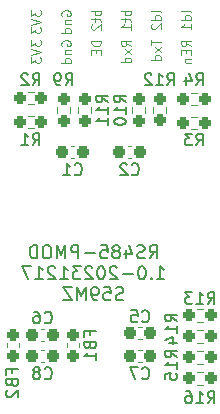
<source format=gbo>
G04 #@! TF.GenerationSoftware,KiCad,Pcbnew,7.0.9-7.0.9~ubuntu20.04.1*
G04 #@! TF.CreationDate,2023-12-17T15:18:06+01:00*
G04 #@! TF.ProjectId,kicad-pmod_rs485,6b696361-642d-4706-9d6f-645f72733438,rev?*
G04 #@! TF.SameCoordinates,Original*
G04 #@! TF.FileFunction,Legend,Bot*
G04 #@! TF.FilePolarity,Positive*
%FSLAX46Y46*%
G04 Gerber Fmt 4.6, Leading zero omitted, Abs format (unit mm)*
G04 Created by KiCad (PCBNEW 7.0.9-7.0.9~ubuntu20.04.1) date 2023-12-17 15:18:06*
%MOMM*%
%LPD*%
G01*
G04 APERTURE LIST*
G04 Aperture macros list*
%AMRoundRect*
0 Rectangle with rounded corners*
0 $1 Rounding radius*
0 $2 $3 $4 $5 $6 $7 $8 $9 X,Y pos of 4 corners*
0 Add a 4 corners polygon primitive as box body*
4,1,4,$2,$3,$4,$5,$6,$7,$8,$9,$2,$3,0*
0 Add four circle primitives for the rounded corners*
1,1,$1+$1,$2,$3*
1,1,$1+$1,$4,$5*
1,1,$1+$1,$6,$7*
1,1,$1+$1,$8,$9*
0 Add four rect primitives between the rounded corners*
20,1,$1+$1,$2,$3,$4,$5,0*
20,1,$1+$1,$4,$5,$6,$7,0*
20,1,$1+$1,$6,$7,$8,$9,0*
20,1,$1+$1,$8,$9,$2,$3,0*%
G04 Aperture macros list end*
%ADD10C,0.100000*%
%ADD11C,0.180000*%
%ADD12C,0.150000*%
%ADD13C,0.120000*%
%ADD14R,3.000000X3.000000*%
%ADD15C,3.000000*%
%ADD16R,1.700000X1.700000*%
%ADD17O,1.700000X1.700000*%
%ADD18RoundRect,0.237500X-0.237500X0.287500X-0.237500X-0.287500X0.237500X-0.287500X0.237500X0.287500X0*%
%ADD19RoundRect,0.237500X-0.250000X-0.237500X0.250000X-0.237500X0.250000X0.237500X-0.250000X0.237500X0*%
%ADD20RoundRect,0.237500X0.300000X0.237500X-0.300000X0.237500X-0.300000X-0.237500X0.300000X-0.237500X0*%
%ADD21RoundRect,0.237500X-0.300000X-0.237500X0.300000X-0.237500X0.300000X0.237500X-0.300000X0.237500X0*%
%ADD22RoundRect,0.237500X0.237500X-0.250000X0.237500X0.250000X-0.237500X0.250000X-0.237500X-0.250000X0*%
%ADD23RoundRect,0.237500X-0.237500X0.250000X-0.237500X-0.250000X0.237500X-0.250000X0.237500X0.250000X0*%
%ADD24RoundRect,0.237500X0.250000X0.237500X-0.250000X0.237500X-0.250000X-0.237500X0.250000X-0.237500X0*%
G04 APERTURE END LIST*
D10*
X120976895Y-69268074D02*
X120976895Y-69763312D01*
X120976895Y-69763312D02*
X121281657Y-69496646D01*
X121281657Y-69496646D02*
X121281657Y-69610931D01*
X121281657Y-69610931D02*
X121319752Y-69687122D01*
X121319752Y-69687122D02*
X121357847Y-69725217D01*
X121357847Y-69725217D02*
X121434038Y-69763312D01*
X121434038Y-69763312D02*
X121624514Y-69763312D01*
X121624514Y-69763312D02*
X121700704Y-69725217D01*
X121700704Y-69725217D02*
X121738800Y-69687122D01*
X121738800Y-69687122D02*
X121776895Y-69610931D01*
X121776895Y-69610931D02*
X121776895Y-69382360D01*
X121776895Y-69382360D02*
X121738800Y-69306169D01*
X121738800Y-69306169D02*
X121700704Y-69268074D01*
X120976895Y-69991884D02*
X121776895Y-70258551D01*
X121776895Y-70258551D02*
X120976895Y-70525217D01*
X120976895Y-70715693D02*
X120976895Y-71210931D01*
X120976895Y-71210931D02*
X121281657Y-70944265D01*
X121281657Y-70944265D02*
X121281657Y-71058550D01*
X121281657Y-71058550D02*
X121319752Y-71134741D01*
X121319752Y-71134741D02*
X121357847Y-71172836D01*
X121357847Y-71172836D02*
X121434038Y-71210931D01*
X121434038Y-71210931D02*
X121624514Y-71210931D01*
X121624514Y-71210931D02*
X121700704Y-71172836D01*
X121700704Y-71172836D02*
X121738800Y-71134741D01*
X121738800Y-71134741D02*
X121776895Y-71058550D01*
X121776895Y-71058550D02*
X121776895Y-70829979D01*
X121776895Y-70829979D02*
X121738800Y-70753788D01*
X121738800Y-70753788D02*
X121700704Y-70715693D01*
X126856895Y-71884265D02*
X126056895Y-71884265D01*
X126056895Y-71884265D02*
X126056895Y-72074741D01*
X126056895Y-72074741D02*
X126094990Y-72189027D01*
X126094990Y-72189027D02*
X126171180Y-72265217D01*
X126171180Y-72265217D02*
X126247371Y-72303312D01*
X126247371Y-72303312D02*
X126399752Y-72341408D01*
X126399752Y-72341408D02*
X126514038Y-72341408D01*
X126514038Y-72341408D02*
X126666419Y-72303312D01*
X126666419Y-72303312D02*
X126742609Y-72265217D01*
X126742609Y-72265217D02*
X126818800Y-72189027D01*
X126818800Y-72189027D02*
X126856895Y-72074741D01*
X126856895Y-72074741D02*
X126856895Y-71884265D01*
X126437847Y-72684265D02*
X126437847Y-72950931D01*
X126856895Y-73065217D02*
X126856895Y-72684265D01*
X126856895Y-72684265D02*
X126056895Y-72684265D01*
X126056895Y-72684265D02*
X126056895Y-73065217D01*
X131136895Y-71769979D02*
X131136895Y-72227122D01*
X131936895Y-71998550D02*
X131136895Y-71998550D01*
X131936895Y-72417598D02*
X131403561Y-72836646D01*
X131403561Y-72417598D02*
X131936895Y-72836646D01*
X131936895Y-73484265D02*
X131136895Y-73484265D01*
X131898800Y-73484265D02*
X131936895Y-73408074D01*
X131936895Y-73408074D02*
X131936895Y-73255693D01*
X131936895Y-73255693D02*
X131898800Y-73179503D01*
X131898800Y-73179503D02*
X131860704Y-73141408D01*
X131860704Y-73141408D02*
X131784514Y-73103312D01*
X131784514Y-73103312D02*
X131555942Y-73103312D01*
X131555942Y-73103312D02*
X131479752Y-73141408D01*
X131479752Y-73141408D02*
X131441657Y-73179503D01*
X131441657Y-73179503D02*
X131403561Y-73255693D01*
X131403561Y-73255693D02*
X131403561Y-73408074D01*
X131403561Y-73408074D02*
X131441657Y-73484265D01*
X120976895Y-71808074D02*
X120976895Y-72303312D01*
X120976895Y-72303312D02*
X121281657Y-72036646D01*
X121281657Y-72036646D02*
X121281657Y-72150931D01*
X121281657Y-72150931D02*
X121319752Y-72227122D01*
X121319752Y-72227122D02*
X121357847Y-72265217D01*
X121357847Y-72265217D02*
X121434038Y-72303312D01*
X121434038Y-72303312D02*
X121624514Y-72303312D01*
X121624514Y-72303312D02*
X121700704Y-72265217D01*
X121700704Y-72265217D02*
X121738800Y-72227122D01*
X121738800Y-72227122D02*
X121776895Y-72150931D01*
X121776895Y-72150931D02*
X121776895Y-71922360D01*
X121776895Y-71922360D02*
X121738800Y-71846169D01*
X121738800Y-71846169D02*
X121700704Y-71808074D01*
X120976895Y-72531884D02*
X121776895Y-72798551D01*
X121776895Y-72798551D02*
X120976895Y-73065217D01*
X120976895Y-73255693D02*
X120976895Y-73750931D01*
X120976895Y-73750931D02*
X121281657Y-73484265D01*
X121281657Y-73484265D02*
X121281657Y-73598550D01*
X121281657Y-73598550D02*
X121319752Y-73674741D01*
X121319752Y-73674741D02*
X121357847Y-73712836D01*
X121357847Y-73712836D02*
X121434038Y-73750931D01*
X121434038Y-73750931D02*
X121624514Y-73750931D01*
X121624514Y-73750931D02*
X121700704Y-73712836D01*
X121700704Y-73712836D02*
X121738800Y-73674741D01*
X121738800Y-73674741D02*
X121776895Y-73598550D01*
X121776895Y-73598550D02*
X121776895Y-73369979D01*
X121776895Y-73369979D02*
X121738800Y-73293788D01*
X121738800Y-73293788D02*
X121700704Y-73255693D01*
X134476895Y-69458550D02*
X134438800Y-69382360D01*
X134438800Y-69382360D02*
X134362609Y-69344265D01*
X134362609Y-69344265D02*
X133676895Y-69344265D01*
X134476895Y-70106170D02*
X133676895Y-70106170D01*
X134438800Y-70106170D02*
X134476895Y-70029979D01*
X134476895Y-70029979D02*
X134476895Y-69877598D01*
X134476895Y-69877598D02*
X134438800Y-69801408D01*
X134438800Y-69801408D02*
X134400704Y-69763313D01*
X134400704Y-69763313D02*
X134324514Y-69725217D01*
X134324514Y-69725217D02*
X134095942Y-69725217D01*
X134095942Y-69725217D02*
X134019752Y-69763313D01*
X134019752Y-69763313D02*
X133981657Y-69801408D01*
X133981657Y-69801408D02*
X133943561Y-69877598D01*
X133943561Y-69877598D02*
X133943561Y-70029979D01*
X133943561Y-70029979D02*
X133981657Y-70106170D01*
X134476895Y-70906170D02*
X134476895Y-70449027D01*
X134476895Y-70677599D02*
X133676895Y-70677599D01*
X133676895Y-70677599D02*
X133791180Y-70601408D01*
X133791180Y-70601408D02*
X133867371Y-70525218D01*
X133867371Y-70525218D02*
X133905466Y-70449027D01*
X126856895Y-69344265D02*
X126056895Y-69344265D01*
X126361657Y-69344265D02*
X126323561Y-69420455D01*
X126323561Y-69420455D02*
X126323561Y-69572836D01*
X126323561Y-69572836D02*
X126361657Y-69649027D01*
X126361657Y-69649027D02*
X126399752Y-69687122D01*
X126399752Y-69687122D02*
X126475942Y-69725217D01*
X126475942Y-69725217D02*
X126704514Y-69725217D01*
X126704514Y-69725217D02*
X126780704Y-69687122D01*
X126780704Y-69687122D02*
X126818800Y-69649027D01*
X126818800Y-69649027D02*
X126856895Y-69572836D01*
X126856895Y-69572836D02*
X126856895Y-69420455D01*
X126856895Y-69420455D02*
X126818800Y-69344265D01*
X126323561Y-69953789D02*
X126323561Y-70258551D01*
X126056895Y-70068075D02*
X126742609Y-70068075D01*
X126742609Y-70068075D02*
X126818800Y-70106170D01*
X126818800Y-70106170D02*
X126856895Y-70182360D01*
X126856895Y-70182360D02*
X126856895Y-70258551D01*
X126133085Y-70487122D02*
X126094990Y-70525218D01*
X126094990Y-70525218D02*
X126056895Y-70601408D01*
X126056895Y-70601408D02*
X126056895Y-70791884D01*
X126056895Y-70791884D02*
X126094990Y-70868075D01*
X126094990Y-70868075D02*
X126133085Y-70906170D01*
X126133085Y-70906170D02*
X126209276Y-70944265D01*
X126209276Y-70944265D02*
X126285466Y-70944265D01*
X126285466Y-70944265D02*
X126399752Y-70906170D01*
X126399752Y-70906170D02*
X126856895Y-70449027D01*
X126856895Y-70449027D02*
X126856895Y-70944265D01*
X134476895Y-72341408D02*
X134095942Y-72074741D01*
X134476895Y-71884265D02*
X133676895Y-71884265D01*
X133676895Y-71884265D02*
X133676895Y-72189027D01*
X133676895Y-72189027D02*
X133714990Y-72265217D01*
X133714990Y-72265217D02*
X133753085Y-72303312D01*
X133753085Y-72303312D02*
X133829276Y-72341408D01*
X133829276Y-72341408D02*
X133943561Y-72341408D01*
X133943561Y-72341408D02*
X134019752Y-72303312D01*
X134019752Y-72303312D02*
X134057847Y-72265217D01*
X134057847Y-72265217D02*
X134095942Y-72189027D01*
X134095942Y-72189027D02*
X134095942Y-71884265D01*
X134057847Y-72684265D02*
X134057847Y-72950931D01*
X134476895Y-73065217D02*
X134476895Y-72684265D01*
X134476895Y-72684265D02*
X133676895Y-72684265D01*
X133676895Y-72684265D02*
X133676895Y-73065217D01*
X133943561Y-73408075D02*
X134476895Y-73408075D01*
X134019752Y-73408075D02*
X133981657Y-73446170D01*
X133981657Y-73446170D02*
X133943561Y-73522360D01*
X133943561Y-73522360D02*
X133943561Y-73636646D01*
X133943561Y-73636646D02*
X133981657Y-73712837D01*
X133981657Y-73712837D02*
X134057847Y-73750932D01*
X134057847Y-73750932D02*
X134476895Y-73750932D01*
X129396895Y-72341408D02*
X129015942Y-72074741D01*
X129396895Y-71884265D02*
X128596895Y-71884265D01*
X128596895Y-71884265D02*
X128596895Y-72189027D01*
X128596895Y-72189027D02*
X128634990Y-72265217D01*
X128634990Y-72265217D02*
X128673085Y-72303312D01*
X128673085Y-72303312D02*
X128749276Y-72341408D01*
X128749276Y-72341408D02*
X128863561Y-72341408D01*
X128863561Y-72341408D02*
X128939752Y-72303312D01*
X128939752Y-72303312D02*
X128977847Y-72265217D01*
X128977847Y-72265217D02*
X129015942Y-72189027D01*
X129015942Y-72189027D02*
X129015942Y-71884265D01*
X129396895Y-72608074D02*
X128863561Y-73027122D01*
X128863561Y-72608074D02*
X129396895Y-73027122D01*
X129396895Y-73674741D02*
X128596895Y-73674741D01*
X129358800Y-73674741D02*
X129396895Y-73598550D01*
X129396895Y-73598550D02*
X129396895Y-73446169D01*
X129396895Y-73446169D02*
X129358800Y-73369979D01*
X129358800Y-73369979D02*
X129320704Y-73331884D01*
X129320704Y-73331884D02*
X129244514Y-73293788D01*
X129244514Y-73293788D02*
X129015942Y-73293788D01*
X129015942Y-73293788D02*
X128939752Y-73331884D01*
X128939752Y-73331884D02*
X128901657Y-73369979D01*
X128901657Y-73369979D02*
X128863561Y-73446169D01*
X128863561Y-73446169D02*
X128863561Y-73598550D01*
X128863561Y-73598550D02*
X128901657Y-73674741D01*
X123554990Y-69763312D02*
X123516895Y-69687122D01*
X123516895Y-69687122D02*
X123516895Y-69572836D01*
X123516895Y-69572836D02*
X123554990Y-69458550D01*
X123554990Y-69458550D02*
X123631180Y-69382360D01*
X123631180Y-69382360D02*
X123707371Y-69344265D01*
X123707371Y-69344265D02*
X123859752Y-69306169D01*
X123859752Y-69306169D02*
X123974038Y-69306169D01*
X123974038Y-69306169D02*
X124126419Y-69344265D01*
X124126419Y-69344265D02*
X124202609Y-69382360D01*
X124202609Y-69382360D02*
X124278800Y-69458550D01*
X124278800Y-69458550D02*
X124316895Y-69572836D01*
X124316895Y-69572836D02*
X124316895Y-69649027D01*
X124316895Y-69649027D02*
X124278800Y-69763312D01*
X124278800Y-69763312D02*
X124240704Y-69801408D01*
X124240704Y-69801408D02*
X123974038Y-69801408D01*
X123974038Y-69801408D02*
X123974038Y-69649027D01*
X123783561Y-70144265D02*
X124316895Y-70144265D01*
X123859752Y-70144265D02*
X123821657Y-70182360D01*
X123821657Y-70182360D02*
X123783561Y-70258550D01*
X123783561Y-70258550D02*
X123783561Y-70372836D01*
X123783561Y-70372836D02*
X123821657Y-70449027D01*
X123821657Y-70449027D02*
X123897847Y-70487122D01*
X123897847Y-70487122D02*
X124316895Y-70487122D01*
X124316895Y-71210932D02*
X123516895Y-71210932D01*
X124278800Y-71210932D02*
X124316895Y-71134741D01*
X124316895Y-71134741D02*
X124316895Y-70982360D01*
X124316895Y-70982360D02*
X124278800Y-70906170D01*
X124278800Y-70906170D02*
X124240704Y-70868075D01*
X124240704Y-70868075D02*
X124164514Y-70829979D01*
X124164514Y-70829979D02*
X123935942Y-70829979D01*
X123935942Y-70829979D02*
X123859752Y-70868075D01*
X123859752Y-70868075D02*
X123821657Y-70906170D01*
X123821657Y-70906170D02*
X123783561Y-70982360D01*
X123783561Y-70982360D02*
X123783561Y-71134741D01*
X123783561Y-71134741D02*
X123821657Y-71210932D01*
D11*
X130978475Y-90297020D02*
X131345142Y-89773211D01*
X131607047Y-90297020D02*
X131607047Y-89197020D01*
X131607047Y-89197020D02*
X131187999Y-89197020D01*
X131187999Y-89197020D02*
X131083237Y-89249401D01*
X131083237Y-89249401D02*
X131030856Y-89301782D01*
X131030856Y-89301782D02*
X130978475Y-89406544D01*
X130978475Y-89406544D02*
X130978475Y-89563687D01*
X130978475Y-89563687D02*
X131030856Y-89668449D01*
X131030856Y-89668449D02*
X131083237Y-89720830D01*
X131083237Y-89720830D02*
X131187999Y-89773211D01*
X131187999Y-89773211D02*
X131607047Y-89773211D01*
X130559428Y-90244640D02*
X130402285Y-90297020D01*
X130402285Y-90297020D02*
X130140380Y-90297020D01*
X130140380Y-90297020D02*
X130035618Y-90244640D01*
X130035618Y-90244640D02*
X129983237Y-90192259D01*
X129983237Y-90192259D02*
X129930856Y-90087497D01*
X129930856Y-90087497D02*
X129930856Y-89982735D01*
X129930856Y-89982735D02*
X129983237Y-89877973D01*
X129983237Y-89877973D02*
X130035618Y-89825592D01*
X130035618Y-89825592D02*
X130140380Y-89773211D01*
X130140380Y-89773211D02*
X130349904Y-89720830D01*
X130349904Y-89720830D02*
X130454666Y-89668449D01*
X130454666Y-89668449D02*
X130507047Y-89616068D01*
X130507047Y-89616068D02*
X130559428Y-89511306D01*
X130559428Y-89511306D02*
X130559428Y-89406544D01*
X130559428Y-89406544D02*
X130507047Y-89301782D01*
X130507047Y-89301782D02*
X130454666Y-89249401D01*
X130454666Y-89249401D02*
X130349904Y-89197020D01*
X130349904Y-89197020D02*
X130087999Y-89197020D01*
X130087999Y-89197020D02*
X129930856Y-89249401D01*
X128987999Y-89563687D02*
X128987999Y-90297020D01*
X129249904Y-89144640D02*
X129511809Y-89930354D01*
X129511809Y-89930354D02*
X128830856Y-89930354D01*
X128254666Y-89668449D02*
X128359428Y-89616068D01*
X128359428Y-89616068D02*
X128411809Y-89563687D01*
X128411809Y-89563687D02*
X128464190Y-89458925D01*
X128464190Y-89458925D02*
X128464190Y-89406544D01*
X128464190Y-89406544D02*
X128411809Y-89301782D01*
X128411809Y-89301782D02*
X128359428Y-89249401D01*
X128359428Y-89249401D02*
X128254666Y-89197020D01*
X128254666Y-89197020D02*
X128045142Y-89197020D01*
X128045142Y-89197020D02*
X127940380Y-89249401D01*
X127940380Y-89249401D02*
X127887999Y-89301782D01*
X127887999Y-89301782D02*
X127835618Y-89406544D01*
X127835618Y-89406544D02*
X127835618Y-89458925D01*
X127835618Y-89458925D02*
X127887999Y-89563687D01*
X127887999Y-89563687D02*
X127940380Y-89616068D01*
X127940380Y-89616068D02*
X128045142Y-89668449D01*
X128045142Y-89668449D02*
X128254666Y-89668449D01*
X128254666Y-89668449D02*
X128359428Y-89720830D01*
X128359428Y-89720830D02*
X128411809Y-89773211D01*
X128411809Y-89773211D02*
X128464190Y-89877973D01*
X128464190Y-89877973D02*
X128464190Y-90087497D01*
X128464190Y-90087497D02*
X128411809Y-90192259D01*
X128411809Y-90192259D02*
X128359428Y-90244640D01*
X128359428Y-90244640D02*
X128254666Y-90297020D01*
X128254666Y-90297020D02*
X128045142Y-90297020D01*
X128045142Y-90297020D02*
X127940380Y-90244640D01*
X127940380Y-90244640D02*
X127887999Y-90192259D01*
X127887999Y-90192259D02*
X127835618Y-90087497D01*
X127835618Y-90087497D02*
X127835618Y-89877973D01*
X127835618Y-89877973D02*
X127887999Y-89773211D01*
X127887999Y-89773211D02*
X127940380Y-89720830D01*
X127940380Y-89720830D02*
X128045142Y-89668449D01*
X126840380Y-89197020D02*
X127364190Y-89197020D01*
X127364190Y-89197020D02*
X127416571Y-89720830D01*
X127416571Y-89720830D02*
X127364190Y-89668449D01*
X127364190Y-89668449D02*
X127259428Y-89616068D01*
X127259428Y-89616068D02*
X126997523Y-89616068D01*
X126997523Y-89616068D02*
X126892761Y-89668449D01*
X126892761Y-89668449D02*
X126840380Y-89720830D01*
X126840380Y-89720830D02*
X126787999Y-89825592D01*
X126787999Y-89825592D02*
X126787999Y-90087497D01*
X126787999Y-90087497D02*
X126840380Y-90192259D01*
X126840380Y-90192259D02*
X126892761Y-90244640D01*
X126892761Y-90244640D02*
X126997523Y-90297020D01*
X126997523Y-90297020D02*
X127259428Y-90297020D01*
X127259428Y-90297020D02*
X127364190Y-90244640D01*
X127364190Y-90244640D02*
X127416571Y-90192259D01*
X126316571Y-89877973D02*
X125478476Y-89877973D01*
X124954666Y-90297020D02*
X124954666Y-89197020D01*
X124954666Y-89197020D02*
X124535618Y-89197020D01*
X124535618Y-89197020D02*
X124430856Y-89249401D01*
X124430856Y-89249401D02*
X124378475Y-89301782D01*
X124378475Y-89301782D02*
X124326094Y-89406544D01*
X124326094Y-89406544D02*
X124326094Y-89563687D01*
X124326094Y-89563687D02*
X124378475Y-89668449D01*
X124378475Y-89668449D02*
X124430856Y-89720830D01*
X124430856Y-89720830D02*
X124535618Y-89773211D01*
X124535618Y-89773211D02*
X124954666Y-89773211D01*
X123854666Y-90297020D02*
X123854666Y-89197020D01*
X123854666Y-89197020D02*
X123487999Y-89982735D01*
X123487999Y-89982735D02*
X123121332Y-89197020D01*
X123121332Y-89197020D02*
X123121332Y-90297020D01*
X122387999Y-89197020D02*
X122178475Y-89197020D01*
X122178475Y-89197020D02*
X122073713Y-89249401D01*
X122073713Y-89249401D02*
X121968951Y-89354163D01*
X121968951Y-89354163D02*
X121916570Y-89563687D01*
X121916570Y-89563687D02*
X121916570Y-89930354D01*
X121916570Y-89930354D02*
X121968951Y-90139878D01*
X121968951Y-90139878D02*
X122073713Y-90244640D01*
X122073713Y-90244640D02*
X122178475Y-90297020D01*
X122178475Y-90297020D02*
X122387999Y-90297020D01*
X122387999Y-90297020D02*
X122492761Y-90244640D01*
X122492761Y-90244640D02*
X122597523Y-90139878D01*
X122597523Y-90139878D02*
X122649904Y-89930354D01*
X122649904Y-89930354D02*
X122649904Y-89563687D01*
X122649904Y-89563687D02*
X122597523Y-89354163D01*
X122597523Y-89354163D02*
X122492761Y-89249401D01*
X122492761Y-89249401D02*
X122387999Y-89197020D01*
X121445142Y-90297020D02*
X121445142Y-89197020D01*
X121445142Y-89197020D02*
X121183237Y-89197020D01*
X121183237Y-89197020D02*
X121026094Y-89249401D01*
X121026094Y-89249401D02*
X120921332Y-89354163D01*
X120921332Y-89354163D02*
X120868951Y-89458925D01*
X120868951Y-89458925D02*
X120816570Y-89668449D01*
X120816570Y-89668449D02*
X120816570Y-89825592D01*
X120816570Y-89825592D02*
X120868951Y-90035116D01*
X120868951Y-90035116D02*
X120921332Y-90139878D01*
X120921332Y-90139878D02*
X121026094Y-90244640D01*
X121026094Y-90244640D02*
X121183237Y-90297020D01*
X121183237Y-90297020D02*
X121445142Y-90297020D01*
X131580856Y-92068020D02*
X132209428Y-92068020D01*
X131895142Y-92068020D02*
X131895142Y-90968020D01*
X131895142Y-90968020D02*
X131999904Y-91125163D01*
X131999904Y-91125163D02*
X132104666Y-91229925D01*
X132104666Y-91229925D02*
X132209428Y-91282306D01*
X131109428Y-91963259D02*
X131057047Y-92015640D01*
X131057047Y-92015640D02*
X131109428Y-92068020D01*
X131109428Y-92068020D02*
X131161809Y-92015640D01*
X131161809Y-92015640D02*
X131109428Y-91963259D01*
X131109428Y-91963259D02*
X131109428Y-92068020D01*
X130376094Y-90968020D02*
X130271332Y-90968020D01*
X130271332Y-90968020D02*
X130166570Y-91020401D01*
X130166570Y-91020401D02*
X130114189Y-91072782D01*
X130114189Y-91072782D02*
X130061808Y-91177544D01*
X130061808Y-91177544D02*
X130009427Y-91387068D01*
X130009427Y-91387068D02*
X130009427Y-91648973D01*
X130009427Y-91648973D02*
X130061808Y-91858497D01*
X130061808Y-91858497D02*
X130114189Y-91963259D01*
X130114189Y-91963259D02*
X130166570Y-92015640D01*
X130166570Y-92015640D02*
X130271332Y-92068020D01*
X130271332Y-92068020D02*
X130376094Y-92068020D01*
X130376094Y-92068020D02*
X130480856Y-92015640D01*
X130480856Y-92015640D02*
X130533237Y-91963259D01*
X130533237Y-91963259D02*
X130585618Y-91858497D01*
X130585618Y-91858497D02*
X130637999Y-91648973D01*
X130637999Y-91648973D02*
X130637999Y-91387068D01*
X130637999Y-91387068D02*
X130585618Y-91177544D01*
X130585618Y-91177544D02*
X130533237Y-91072782D01*
X130533237Y-91072782D02*
X130480856Y-91020401D01*
X130480856Y-91020401D02*
X130376094Y-90968020D01*
X129537999Y-91648973D02*
X128699904Y-91648973D01*
X128228475Y-91072782D02*
X128176094Y-91020401D01*
X128176094Y-91020401D02*
X128071332Y-90968020D01*
X128071332Y-90968020D02*
X127809427Y-90968020D01*
X127809427Y-90968020D02*
X127704665Y-91020401D01*
X127704665Y-91020401D02*
X127652284Y-91072782D01*
X127652284Y-91072782D02*
X127599903Y-91177544D01*
X127599903Y-91177544D02*
X127599903Y-91282306D01*
X127599903Y-91282306D02*
X127652284Y-91439449D01*
X127652284Y-91439449D02*
X128280856Y-92068020D01*
X128280856Y-92068020D02*
X127599903Y-92068020D01*
X126918951Y-90968020D02*
X126814189Y-90968020D01*
X126814189Y-90968020D02*
X126709427Y-91020401D01*
X126709427Y-91020401D02*
X126657046Y-91072782D01*
X126657046Y-91072782D02*
X126604665Y-91177544D01*
X126604665Y-91177544D02*
X126552284Y-91387068D01*
X126552284Y-91387068D02*
X126552284Y-91648973D01*
X126552284Y-91648973D02*
X126604665Y-91858497D01*
X126604665Y-91858497D02*
X126657046Y-91963259D01*
X126657046Y-91963259D02*
X126709427Y-92015640D01*
X126709427Y-92015640D02*
X126814189Y-92068020D01*
X126814189Y-92068020D02*
X126918951Y-92068020D01*
X126918951Y-92068020D02*
X127023713Y-92015640D01*
X127023713Y-92015640D02*
X127076094Y-91963259D01*
X127076094Y-91963259D02*
X127128475Y-91858497D01*
X127128475Y-91858497D02*
X127180856Y-91648973D01*
X127180856Y-91648973D02*
X127180856Y-91387068D01*
X127180856Y-91387068D02*
X127128475Y-91177544D01*
X127128475Y-91177544D02*
X127076094Y-91072782D01*
X127076094Y-91072782D02*
X127023713Y-91020401D01*
X127023713Y-91020401D02*
X126918951Y-90968020D01*
X126133237Y-91072782D02*
X126080856Y-91020401D01*
X126080856Y-91020401D02*
X125976094Y-90968020D01*
X125976094Y-90968020D02*
X125714189Y-90968020D01*
X125714189Y-90968020D02*
X125609427Y-91020401D01*
X125609427Y-91020401D02*
X125557046Y-91072782D01*
X125557046Y-91072782D02*
X125504665Y-91177544D01*
X125504665Y-91177544D02*
X125504665Y-91282306D01*
X125504665Y-91282306D02*
X125557046Y-91439449D01*
X125557046Y-91439449D02*
X126185618Y-92068020D01*
X126185618Y-92068020D02*
X125504665Y-92068020D01*
X125137999Y-90968020D02*
X124457046Y-90968020D01*
X124457046Y-90968020D02*
X124823713Y-91387068D01*
X124823713Y-91387068D02*
X124666570Y-91387068D01*
X124666570Y-91387068D02*
X124561808Y-91439449D01*
X124561808Y-91439449D02*
X124509427Y-91491830D01*
X124509427Y-91491830D02*
X124457046Y-91596592D01*
X124457046Y-91596592D02*
X124457046Y-91858497D01*
X124457046Y-91858497D02*
X124509427Y-91963259D01*
X124509427Y-91963259D02*
X124561808Y-92015640D01*
X124561808Y-92015640D02*
X124666570Y-92068020D01*
X124666570Y-92068020D02*
X124980856Y-92068020D01*
X124980856Y-92068020D02*
X125085618Y-92015640D01*
X125085618Y-92015640D02*
X125137999Y-91963259D01*
X123409427Y-92068020D02*
X124037999Y-92068020D01*
X123723713Y-92068020D02*
X123723713Y-90968020D01*
X123723713Y-90968020D02*
X123828475Y-91125163D01*
X123828475Y-91125163D02*
X123933237Y-91229925D01*
X123933237Y-91229925D02*
X124037999Y-91282306D01*
X122990380Y-91072782D02*
X122937999Y-91020401D01*
X122937999Y-91020401D02*
X122833237Y-90968020D01*
X122833237Y-90968020D02*
X122571332Y-90968020D01*
X122571332Y-90968020D02*
X122466570Y-91020401D01*
X122466570Y-91020401D02*
X122414189Y-91072782D01*
X122414189Y-91072782D02*
X122361808Y-91177544D01*
X122361808Y-91177544D02*
X122361808Y-91282306D01*
X122361808Y-91282306D02*
X122414189Y-91439449D01*
X122414189Y-91439449D02*
X123042761Y-92068020D01*
X123042761Y-92068020D02*
X122361808Y-92068020D01*
X121314189Y-92068020D02*
X121942761Y-92068020D01*
X121628475Y-92068020D02*
X121628475Y-90968020D01*
X121628475Y-90968020D02*
X121733237Y-91125163D01*
X121733237Y-91125163D02*
X121837999Y-91229925D01*
X121837999Y-91229925D02*
X121942761Y-91282306D01*
X120947523Y-90968020D02*
X120214189Y-90968020D01*
X120214189Y-90968020D02*
X120685618Y-92068020D01*
X128752285Y-93786640D02*
X128595142Y-93839020D01*
X128595142Y-93839020D02*
X128333237Y-93839020D01*
X128333237Y-93839020D02*
X128228475Y-93786640D01*
X128228475Y-93786640D02*
X128176094Y-93734259D01*
X128176094Y-93734259D02*
X128123713Y-93629497D01*
X128123713Y-93629497D02*
X128123713Y-93524735D01*
X128123713Y-93524735D02*
X128176094Y-93419973D01*
X128176094Y-93419973D02*
X128228475Y-93367592D01*
X128228475Y-93367592D02*
X128333237Y-93315211D01*
X128333237Y-93315211D02*
X128542761Y-93262830D01*
X128542761Y-93262830D02*
X128647523Y-93210449D01*
X128647523Y-93210449D02*
X128699904Y-93158068D01*
X128699904Y-93158068D02*
X128752285Y-93053306D01*
X128752285Y-93053306D02*
X128752285Y-92948544D01*
X128752285Y-92948544D02*
X128699904Y-92843782D01*
X128699904Y-92843782D02*
X128647523Y-92791401D01*
X128647523Y-92791401D02*
X128542761Y-92739020D01*
X128542761Y-92739020D02*
X128280856Y-92739020D01*
X128280856Y-92739020D02*
X128123713Y-92791401D01*
X127128475Y-92739020D02*
X127652285Y-92739020D01*
X127652285Y-92739020D02*
X127704666Y-93262830D01*
X127704666Y-93262830D02*
X127652285Y-93210449D01*
X127652285Y-93210449D02*
X127547523Y-93158068D01*
X127547523Y-93158068D02*
X127285618Y-93158068D01*
X127285618Y-93158068D02*
X127180856Y-93210449D01*
X127180856Y-93210449D02*
X127128475Y-93262830D01*
X127128475Y-93262830D02*
X127076094Y-93367592D01*
X127076094Y-93367592D02*
X127076094Y-93629497D01*
X127076094Y-93629497D02*
X127128475Y-93734259D01*
X127128475Y-93734259D02*
X127180856Y-93786640D01*
X127180856Y-93786640D02*
X127285618Y-93839020D01*
X127285618Y-93839020D02*
X127547523Y-93839020D01*
X127547523Y-93839020D02*
X127652285Y-93786640D01*
X127652285Y-93786640D02*
X127704666Y-93734259D01*
X126552285Y-93839020D02*
X126342761Y-93839020D01*
X126342761Y-93839020D02*
X126237999Y-93786640D01*
X126237999Y-93786640D02*
X126185618Y-93734259D01*
X126185618Y-93734259D02*
X126080856Y-93577116D01*
X126080856Y-93577116D02*
X126028475Y-93367592D01*
X126028475Y-93367592D02*
X126028475Y-92948544D01*
X126028475Y-92948544D02*
X126080856Y-92843782D01*
X126080856Y-92843782D02*
X126133237Y-92791401D01*
X126133237Y-92791401D02*
X126237999Y-92739020D01*
X126237999Y-92739020D02*
X126447523Y-92739020D01*
X126447523Y-92739020D02*
X126552285Y-92791401D01*
X126552285Y-92791401D02*
X126604666Y-92843782D01*
X126604666Y-92843782D02*
X126657047Y-92948544D01*
X126657047Y-92948544D02*
X126657047Y-93210449D01*
X126657047Y-93210449D02*
X126604666Y-93315211D01*
X126604666Y-93315211D02*
X126552285Y-93367592D01*
X126552285Y-93367592D02*
X126447523Y-93419973D01*
X126447523Y-93419973D02*
X126237999Y-93419973D01*
X126237999Y-93419973D02*
X126133237Y-93367592D01*
X126133237Y-93367592D02*
X126080856Y-93315211D01*
X126080856Y-93315211D02*
X126028475Y-93210449D01*
X125557047Y-93839020D02*
X125557047Y-92739020D01*
X125557047Y-92739020D02*
X125190380Y-93524735D01*
X125190380Y-93524735D02*
X124823713Y-92739020D01*
X124823713Y-92739020D02*
X124823713Y-93839020D01*
X124404666Y-92739020D02*
X123671332Y-92739020D01*
X123671332Y-92739020D02*
X124404666Y-93839020D01*
X124404666Y-93839020D02*
X123671332Y-93839020D01*
D10*
X123554990Y-72303312D02*
X123516895Y-72227122D01*
X123516895Y-72227122D02*
X123516895Y-72112836D01*
X123516895Y-72112836D02*
X123554990Y-71998550D01*
X123554990Y-71998550D02*
X123631180Y-71922360D01*
X123631180Y-71922360D02*
X123707371Y-71884265D01*
X123707371Y-71884265D02*
X123859752Y-71846169D01*
X123859752Y-71846169D02*
X123974038Y-71846169D01*
X123974038Y-71846169D02*
X124126419Y-71884265D01*
X124126419Y-71884265D02*
X124202609Y-71922360D01*
X124202609Y-71922360D02*
X124278800Y-71998550D01*
X124278800Y-71998550D02*
X124316895Y-72112836D01*
X124316895Y-72112836D02*
X124316895Y-72189027D01*
X124316895Y-72189027D02*
X124278800Y-72303312D01*
X124278800Y-72303312D02*
X124240704Y-72341408D01*
X124240704Y-72341408D02*
X123974038Y-72341408D01*
X123974038Y-72341408D02*
X123974038Y-72189027D01*
X123783561Y-72684265D02*
X124316895Y-72684265D01*
X123859752Y-72684265D02*
X123821657Y-72722360D01*
X123821657Y-72722360D02*
X123783561Y-72798550D01*
X123783561Y-72798550D02*
X123783561Y-72912836D01*
X123783561Y-72912836D02*
X123821657Y-72989027D01*
X123821657Y-72989027D02*
X123897847Y-73027122D01*
X123897847Y-73027122D02*
X124316895Y-73027122D01*
X124316895Y-73750932D02*
X123516895Y-73750932D01*
X124278800Y-73750932D02*
X124316895Y-73674741D01*
X124316895Y-73674741D02*
X124316895Y-73522360D01*
X124316895Y-73522360D02*
X124278800Y-73446170D01*
X124278800Y-73446170D02*
X124240704Y-73408075D01*
X124240704Y-73408075D02*
X124164514Y-73369979D01*
X124164514Y-73369979D02*
X123935942Y-73369979D01*
X123935942Y-73369979D02*
X123859752Y-73408075D01*
X123859752Y-73408075D02*
X123821657Y-73446170D01*
X123821657Y-73446170D02*
X123783561Y-73522360D01*
X123783561Y-73522360D02*
X123783561Y-73674741D01*
X123783561Y-73674741D02*
X123821657Y-73750932D01*
X129396895Y-69344265D02*
X128596895Y-69344265D01*
X128901657Y-69344265D02*
X128863561Y-69420455D01*
X128863561Y-69420455D02*
X128863561Y-69572836D01*
X128863561Y-69572836D02*
X128901657Y-69649027D01*
X128901657Y-69649027D02*
X128939752Y-69687122D01*
X128939752Y-69687122D02*
X129015942Y-69725217D01*
X129015942Y-69725217D02*
X129244514Y-69725217D01*
X129244514Y-69725217D02*
X129320704Y-69687122D01*
X129320704Y-69687122D02*
X129358800Y-69649027D01*
X129358800Y-69649027D02*
X129396895Y-69572836D01*
X129396895Y-69572836D02*
X129396895Y-69420455D01*
X129396895Y-69420455D02*
X129358800Y-69344265D01*
X128863561Y-69953789D02*
X128863561Y-70258551D01*
X128596895Y-70068075D02*
X129282609Y-70068075D01*
X129282609Y-70068075D02*
X129358800Y-70106170D01*
X129358800Y-70106170D02*
X129396895Y-70182360D01*
X129396895Y-70182360D02*
X129396895Y-70258551D01*
X129396895Y-70944265D02*
X129396895Y-70487122D01*
X129396895Y-70715694D02*
X128596895Y-70715694D01*
X128596895Y-70715694D02*
X128711180Y-70639503D01*
X128711180Y-70639503D02*
X128787371Y-70563313D01*
X128787371Y-70563313D02*
X128825466Y-70487122D01*
X131936895Y-69458550D02*
X131898800Y-69382360D01*
X131898800Y-69382360D02*
X131822609Y-69344265D01*
X131822609Y-69344265D02*
X131136895Y-69344265D01*
X131936895Y-70106170D02*
X131136895Y-70106170D01*
X131898800Y-70106170D02*
X131936895Y-70029979D01*
X131936895Y-70029979D02*
X131936895Y-69877598D01*
X131936895Y-69877598D02*
X131898800Y-69801408D01*
X131898800Y-69801408D02*
X131860704Y-69763313D01*
X131860704Y-69763313D02*
X131784514Y-69725217D01*
X131784514Y-69725217D02*
X131555942Y-69725217D01*
X131555942Y-69725217D02*
X131479752Y-69763313D01*
X131479752Y-69763313D02*
X131441657Y-69801408D01*
X131441657Y-69801408D02*
X131403561Y-69877598D01*
X131403561Y-69877598D02*
X131403561Y-70029979D01*
X131403561Y-70029979D02*
X131441657Y-70106170D01*
X131213085Y-70449027D02*
X131174990Y-70487123D01*
X131174990Y-70487123D02*
X131136895Y-70563313D01*
X131136895Y-70563313D02*
X131136895Y-70753789D01*
X131136895Y-70753789D02*
X131174990Y-70829980D01*
X131174990Y-70829980D02*
X131213085Y-70868075D01*
X131213085Y-70868075D02*
X131289276Y-70906170D01*
X131289276Y-70906170D02*
X131365466Y-70906170D01*
X131365466Y-70906170D02*
X131479752Y-70868075D01*
X131479752Y-70868075D02*
X131936895Y-70410932D01*
X131936895Y-70410932D02*
X131936895Y-70906170D01*
D12*
X119311009Y-100004666D02*
X119311009Y-99671333D01*
X119834819Y-99671333D02*
X118834819Y-99671333D01*
X118834819Y-99671333D02*
X118834819Y-100147523D01*
X119311009Y-100861809D02*
X119358628Y-101004666D01*
X119358628Y-101004666D02*
X119406247Y-101052285D01*
X119406247Y-101052285D02*
X119501485Y-101099904D01*
X119501485Y-101099904D02*
X119644342Y-101099904D01*
X119644342Y-101099904D02*
X119739580Y-101052285D01*
X119739580Y-101052285D02*
X119787200Y-101004666D01*
X119787200Y-101004666D02*
X119834819Y-100909428D01*
X119834819Y-100909428D02*
X119834819Y-100528476D01*
X119834819Y-100528476D02*
X118834819Y-100528476D01*
X118834819Y-100528476D02*
X118834819Y-100861809D01*
X118834819Y-100861809D02*
X118882438Y-100957047D01*
X118882438Y-100957047D02*
X118930057Y-101004666D01*
X118930057Y-101004666D02*
X119025295Y-101052285D01*
X119025295Y-101052285D02*
X119120533Y-101052285D01*
X119120533Y-101052285D02*
X119215771Y-101004666D01*
X119215771Y-101004666D02*
X119263390Y-100957047D01*
X119263390Y-100957047D02*
X119311009Y-100861809D01*
X119311009Y-100861809D02*
X119311009Y-100528476D01*
X118930057Y-101480857D02*
X118882438Y-101528476D01*
X118882438Y-101528476D02*
X118834819Y-101623714D01*
X118834819Y-101623714D02*
X118834819Y-101861809D01*
X118834819Y-101861809D02*
X118882438Y-101957047D01*
X118882438Y-101957047D02*
X118930057Y-102004666D01*
X118930057Y-102004666D02*
X119025295Y-102052285D01*
X119025295Y-102052285D02*
X119120533Y-102052285D01*
X119120533Y-102052285D02*
X119263390Y-102004666D01*
X119263390Y-102004666D02*
X119834819Y-101433238D01*
X119834819Y-101433238D02*
X119834819Y-102052285D01*
X134913666Y-75638819D02*
X135246999Y-75162628D01*
X135485094Y-75638819D02*
X135485094Y-74638819D01*
X135485094Y-74638819D02*
X135104142Y-74638819D01*
X135104142Y-74638819D02*
X135008904Y-74686438D01*
X135008904Y-74686438D02*
X134961285Y-74734057D01*
X134961285Y-74734057D02*
X134913666Y-74829295D01*
X134913666Y-74829295D02*
X134913666Y-74972152D01*
X134913666Y-74972152D02*
X134961285Y-75067390D01*
X134961285Y-75067390D02*
X135008904Y-75115009D01*
X135008904Y-75115009D02*
X135104142Y-75162628D01*
X135104142Y-75162628D02*
X135485094Y-75162628D01*
X134056523Y-74972152D02*
X134056523Y-75638819D01*
X134294618Y-74591200D02*
X134532713Y-75305485D01*
X134532713Y-75305485D02*
X133913666Y-75305485D01*
X122086666Y-100435580D02*
X122134285Y-100483200D01*
X122134285Y-100483200D02*
X122277142Y-100530819D01*
X122277142Y-100530819D02*
X122372380Y-100530819D01*
X122372380Y-100530819D02*
X122515237Y-100483200D01*
X122515237Y-100483200D02*
X122610475Y-100387961D01*
X122610475Y-100387961D02*
X122658094Y-100292723D01*
X122658094Y-100292723D02*
X122705713Y-100102247D01*
X122705713Y-100102247D02*
X122705713Y-99959390D01*
X122705713Y-99959390D02*
X122658094Y-99768914D01*
X122658094Y-99768914D02*
X122610475Y-99673676D01*
X122610475Y-99673676D02*
X122515237Y-99578438D01*
X122515237Y-99578438D02*
X122372380Y-99530819D01*
X122372380Y-99530819D02*
X122277142Y-99530819D01*
X122277142Y-99530819D02*
X122134285Y-99578438D01*
X122134285Y-99578438D02*
X122086666Y-99626057D01*
X121515237Y-99959390D02*
X121610475Y-99911771D01*
X121610475Y-99911771D02*
X121658094Y-99864152D01*
X121658094Y-99864152D02*
X121705713Y-99768914D01*
X121705713Y-99768914D02*
X121705713Y-99721295D01*
X121705713Y-99721295D02*
X121658094Y-99626057D01*
X121658094Y-99626057D02*
X121610475Y-99578438D01*
X121610475Y-99578438D02*
X121515237Y-99530819D01*
X121515237Y-99530819D02*
X121324761Y-99530819D01*
X121324761Y-99530819D02*
X121229523Y-99578438D01*
X121229523Y-99578438D02*
X121181904Y-99626057D01*
X121181904Y-99626057D02*
X121134285Y-99721295D01*
X121134285Y-99721295D02*
X121134285Y-99768914D01*
X121134285Y-99768914D02*
X121181904Y-99864152D01*
X121181904Y-99864152D02*
X121229523Y-99911771D01*
X121229523Y-99911771D02*
X121324761Y-99959390D01*
X121324761Y-99959390D02*
X121515237Y-99959390D01*
X121515237Y-99959390D02*
X121610475Y-100007009D01*
X121610475Y-100007009D02*
X121658094Y-100054628D01*
X121658094Y-100054628D02*
X121705713Y-100149866D01*
X121705713Y-100149866D02*
X121705713Y-100340342D01*
X121705713Y-100340342D02*
X121658094Y-100435580D01*
X121658094Y-100435580D02*
X121610475Y-100483200D01*
X121610475Y-100483200D02*
X121515237Y-100530819D01*
X121515237Y-100530819D02*
X121324761Y-100530819D01*
X121324761Y-100530819D02*
X121229523Y-100483200D01*
X121229523Y-100483200D02*
X121181904Y-100435580D01*
X121181904Y-100435580D02*
X121134285Y-100340342D01*
X121134285Y-100340342D02*
X121134285Y-100149866D01*
X121134285Y-100149866D02*
X121181904Y-100054628D01*
X121181904Y-100054628D02*
X121229523Y-100007009D01*
X121229523Y-100007009D02*
X121324761Y-99959390D01*
X130341666Y-95609580D02*
X130389285Y-95657200D01*
X130389285Y-95657200D02*
X130532142Y-95704819D01*
X130532142Y-95704819D02*
X130627380Y-95704819D01*
X130627380Y-95704819D02*
X130770237Y-95657200D01*
X130770237Y-95657200D02*
X130865475Y-95561961D01*
X130865475Y-95561961D02*
X130913094Y-95466723D01*
X130913094Y-95466723D02*
X130960713Y-95276247D01*
X130960713Y-95276247D02*
X130960713Y-95133390D01*
X130960713Y-95133390D02*
X130913094Y-94942914D01*
X130913094Y-94942914D02*
X130865475Y-94847676D01*
X130865475Y-94847676D02*
X130770237Y-94752438D01*
X130770237Y-94752438D02*
X130627380Y-94704819D01*
X130627380Y-94704819D02*
X130532142Y-94704819D01*
X130532142Y-94704819D02*
X130389285Y-94752438D01*
X130389285Y-94752438D02*
X130341666Y-94800057D01*
X129436904Y-94704819D02*
X129913094Y-94704819D01*
X129913094Y-94704819D02*
X129960713Y-95181009D01*
X129960713Y-95181009D02*
X129913094Y-95133390D01*
X129913094Y-95133390D02*
X129817856Y-95085771D01*
X129817856Y-95085771D02*
X129579761Y-95085771D01*
X129579761Y-95085771D02*
X129484523Y-95133390D01*
X129484523Y-95133390D02*
X129436904Y-95181009D01*
X129436904Y-95181009D02*
X129389285Y-95276247D01*
X129389285Y-95276247D02*
X129389285Y-95514342D01*
X129389285Y-95514342D02*
X129436904Y-95609580D01*
X129436904Y-95609580D02*
X129484523Y-95657200D01*
X129484523Y-95657200D02*
X129579761Y-95704819D01*
X129579761Y-95704819D02*
X129817856Y-95704819D01*
X129817856Y-95704819D02*
X129913094Y-95657200D01*
X129913094Y-95657200D02*
X129960713Y-95609580D01*
X128978819Y-77081142D02*
X128502628Y-76747809D01*
X128978819Y-76509714D02*
X127978819Y-76509714D01*
X127978819Y-76509714D02*
X127978819Y-76890666D01*
X127978819Y-76890666D02*
X128026438Y-76985904D01*
X128026438Y-76985904D02*
X128074057Y-77033523D01*
X128074057Y-77033523D02*
X128169295Y-77081142D01*
X128169295Y-77081142D02*
X128312152Y-77081142D01*
X128312152Y-77081142D02*
X128407390Y-77033523D01*
X128407390Y-77033523D02*
X128455009Y-76985904D01*
X128455009Y-76985904D02*
X128502628Y-76890666D01*
X128502628Y-76890666D02*
X128502628Y-76509714D01*
X128978819Y-78033523D02*
X128978819Y-77462095D01*
X128978819Y-77747809D02*
X127978819Y-77747809D01*
X127978819Y-77747809D02*
X128121676Y-77652571D01*
X128121676Y-77652571D02*
X128216914Y-77557333D01*
X128216914Y-77557333D02*
X128264533Y-77462095D01*
X127978819Y-78652571D02*
X127978819Y-78747809D01*
X127978819Y-78747809D02*
X128026438Y-78843047D01*
X128026438Y-78843047D02*
X128074057Y-78890666D01*
X128074057Y-78890666D02*
X128169295Y-78938285D01*
X128169295Y-78938285D02*
X128359771Y-78985904D01*
X128359771Y-78985904D02*
X128597866Y-78985904D01*
X128597866Y-78985904D02*
X128788342Y-78938285D01*
X128788342Y-78938285D02*
X128883580Y-78890666D01*
X128883580Y-78890666D02*
X128931200Y-78843047D01*
X128931200Y-78843047D02*
X128978819Y-78747809D01*
X128978819Y-78747809D02*
X128978819Y-78652571D01*
X128978819Y-78652571D02*
X128931200Y-78557333D01*
X128931200Y-78557333D02*
X128883580Y-78509714D01*
X128883580Y-78509714D02*
X128788342Y-78462095D01*
X128788342Y-78462095D02*
X128597866Y-78414476D01*
X128597866Y-78414476D02*
X128359771Y-78414476D01*
X128359771Y-78414476D02*
X128169295Y-78462095D01*
X128169295Y-78462095D02*
X128074057Y-78509714D01*
X128074057Y-78509714D02*
X128026438Y-78557333D01*
X128026438Y-78557333D02*
X127978819Y-78652571D01*
X132468857Y-75638819D02*
X132802190Y-75162628D01*
X133040285Y-75638819D02*
X133040285Y-74638819D01*
X133040285Y-74638819D02*
X132659333Y-74638819D01*
X132659333Y-74638819D02*
X132564095Y-74686438D01*
X132564095Y-74686438D02*
X132516476Y-74734057D01*
X132516476Y-74734057D02*
X132468857Y-74829295D01*
X132468857Y-74829295D02*
X132468857Y-74972152D01*
X132468857Y-74972152D02*
X132516476Y-75067390D01*
X132516476Y-75067390D02*
X132564095Y-75115009D01*
X132564095Y-75115009D02*
X132659333Y-75162628D01*
X132659333Y-75162628D02*
X133040285Y-75162628D01*
X131516476Y-75638819D02*
X132087904Y-75638819D01*
X131802190Y-75638819D02*
X131802190Y-74638819D01*
X131802190Y-74638819D02*
X131897428Y-74781676D01*
X131897428Y-74781676D02*
X131992666Y-74876914D01*
X131992666Y-74876914D02*
X132087904Y-74924533D01*
X131135523Y-74734057D02*
X131087904Y-74686438D01*
X131087904Y-74686438D02*
X130992666Y-74638819D01*
X130992666Y-74638819D02*
X130754571Y-74638819D01*
X130754571Y-74638819D02*
X130659333Y-74686438D01*
X130659333Y-74686438D02*
X130611714Y-74734057D01*
X130611714Y-74734057D02*
X130564095Y-74829295D01*
X130564095Y-74829295D02*
X130564095Y-74924533D01*
X130564095Y-74924533D02*
X130611714Y-75067390D01*
X130611714Y-75067390D02*
X131183142Y-75638819D01*
X131183142Y-75638819D02*
X130564095Y-75638819D01*
X122086666Y-95703580D02*
X122134285Y-95751200D01*
X122134285Y-95751200D02*
X122277142Y-95798819D01*
X122277142Y-95798819D02*
X122372380Y-95798819D01*
X122372380Y-95798819D02*
X122515237Y-95751200D01*
X122515237Y-95751200D02*
X122610475Y-95655961D01*
X122610475Y-95655961D02*
X122658094Y-95560723D01*
X122658094Y-95560723D02*
X122705713Y-95370247D01*
X122705713Y-95370247D02*
X122705713Y-95227390D01*
X122705713Y-95227390D02*
X122658094Y-95036914D01*
X122658094Y-95036914D02*
X122610475Y-94941676D01*
X122610475Y-94941676D02*
X122515237Y-94846438D01*
X122515237Y-94846438D02*
X122372380Y-94798819D01*
X122372380Y-94798819D02*
X122277142Y-94798819D01*
X122277142Y-94798819D02*
X122134285Y-94846438D01*
X122134285Y-94846438D02*
X122086666Y-94894057D01*
X121229523Y-94798819D02*
X121419999Y-94798819D01*
X121419999Y-94798819D02*
X121515237Y-94846438D01*
X121515237Y-94846438D02*
X121562856Y-94894057D01*
X121562856Y-94894057D02*
X121658094Y-95036914D01*
X121658094Y-95036914D02*
X121705713Y-95227390D01*
X121705713Y-95227390D02*
X121705713Y-95608342D01*
X121705713Y-95608342D02*
X121658094Y-95703580D01*
X121658094Y-95703580D02*
X121610475Y-95751200D01*
X121610475Y-95751200D02*
X121515237Y-95798819D01*
X121515237Y-95798819D02*
X121324761Y-95798819D01*
X121324761Y-95798819D02*
X121229523Y-95751200D01*
X121229523Y-95751200D02*
X121181904Y-95703580D01*
X121181904Y-95703580D02*
X121134285Y-95608342D01*
X121134285Y-95608342D02*
X121134285Y-95370247D01*
X121134285Y-95370247D02*
X121181904Y-95275009D01*
X121181904Y-95275009D02*
X121229523Y-95227390D01*
X121229523Y-95227390D02*
X121324761Y-95179771D01*
X121324761Y-95179771D02*
X121515237Y-95179771D01*
X121515237Y-95179771D02*
X121610475Y-95227390D01*
X121610475Y-95227390D02*
X121658094Y-95275009D01*
X121658094Y-95275009D02*
X121705713Y-95370247D01*
X124626666Y-83163580D02*
X124674285Y-83211200D01*
X124674285Y-83211200D02*
X124817142Y-83258819D01*
X124817142Y-83258819D02*
X124912380Y-83258819D01*
X124912380Y-83258819D02*
X125055237Y-83211200D01*
X125055237Y-83211200D02*
X125150475Y-83115961D01*
X125150475Y-83115961D02*
X125198094Y-83020723D01*
X125198094Y-83020723D02*
X125245713Y-82830247D01*
X125245713Y-82830247D02*
X125245713Y-82687390D01*
X125245713Y-82687390D02*
X125198094Y-82496914D01*
X125198094Y-82496914D02*
X125150475Y-82401676D01*
X125150475Y-82401676D02*
X125055237Y-82306438D01*
X125055237Y-82306438D02*
X124912380Y-82258819D01*
X124912380Y-82258819D02*
X124817142Y-82258819D01*
X124817142Y-82258819D02*
X124674285Y-82306438D01*
X124674285Y-82306438D02*
X124626666Y-82354057D01*
X123674285Y-83258819D02*
X124245713Y-83258819D01*
X123959999Y-83258819D02*
X123959999Y-82258819D01*
X123959999Y-82258819D02*
X124055237Y-82401676D01*
X124055237Y-82401676D02*
X124150475Y-82496914D01*
X124150475Y-82496914D02*
X124245713Y-82544533D01*
X134913666Y-80728319D02*
X135246999Y-80252128D01*
X135485094Y-80728319D02*
X135485094Y-79728319D01*
X135485094Y-79728319D02*
X135104142Y-79728319D01*
X135104142Y-79728319D02*
X135008904Y-79775938D01*
X135008904Y-79775938D02*
X134961285Y-79823557D01*
X134961285Y-79823557D02*
X134913666Y-79918795D01*
X134913666Y-79918795D02*
X134913666Y-80061652D01*
X134913666Y-80061652D02*
X134961285Y-80156890D01*
X134961285Y-80156890D02*
X135008904Y-80204509D01*
X135008904Y-80204509D02*
X135104142Y-80252128D01*
X135104142Y-80252128D02*
X135485094Y-80252128D01*
X134580332Y-79728319D02*
X133961285Y-79728319D01*
X133961285Y-79728319D02*
X134294618Y-80109271D01*
X134294618Y-80109271D02*
X134151761Y-80109271D01*
X134151761Y-80109271D02*
X134056523Y-80156890D01*
X134056523Y-80156890D02*
X134008904Y-80204509D01*
X134008904Y-80204509D02*
X133961285Y-80299747D01*
X133961285Y-80299747D02*
X133961285Y-80537842D01*
X133961285Y-80537842D02*
X134008904Y-80633080D01*
X134008904Y-80633080D02*
X134056523Y-80680700D01*
X134056523Y-80680700D02*
X134151761Y-80728319D01*
X134151761Y-80728319D02*
X134437475Y-80728319D01*
X134437475Y-80728319D02*
X134532713Y-80680700D01*
X134532713Y-80680700D02*
X134580332Y-80633080D01*
X129452666Y-83163580D02*
X129500285Y-83211200D01*
X129500285Y-83211200D02*
X129643142Y-83258819D01*
X129643142Y-83258819D02*
X129738380Y-83258819D01*
X129738380Y-83258819D02*
X129881237Y-83211200D01*
X129881237Y-83211200D02*
X129976475Y-83115961D01*
X129976475Y-83115961D02*
X130024094Y-83020723D01*
X130024094Y-83020723D02*
X130071713Y-82830247D01*
X130071713Y-82830247D02*
X130071713Y-82687390D01*
X130071713Y-82687390D02*
X130024094Y-82496914D01*
X130024094Y-82496914D02*
X129976475Y-82401676D01*
X129976475Y-82401676D02*
X129881237Y-82306438D01*
X129881237Y-82306438D02*
X129738380Y-82258819D01*
X129738380Y-82258819D02*
X129643142Y-82258819D01*
X129643142Y-82258819D02*
X129500285Y-82306438D01*
X129500285Y-82306438D02*
X129452666Y-82354057D01*
X129071713Y-82354057D02*
X129024094Y-82306438D01*
X129024094Y-82306438D02*
X128928856Y-82258819D01*
X128928856Y-82258819D02*
X128690761Y-82258819D01*
X128690761Y-82258819D02*
X128595523Y-82306438D01*
X128595523Y-82306438D02*
X128547904Y-82354057D01*
X128547904Y-82354057D02*
X128500285Y-82449295D01*
X128500285Y-82449295D02*
X128500285Y-82544533D01*
X128500285Y-82544533D02*
X128547904Y-82687390D01*
X128547904Y-82687390D02*
X129119332Y-83258819D01*
X129119332Y-83258819D02*
X128500285Y-83258819D01*
X130341666Y-100435580D02*
X130389285Y-100483200D01*
X130389285Y-100483200D02*
X130532142Y-100530819D01*
X130532142Y-100530819D02*
X130627380Y-100530819D01*
X130627380Y-100530819D02*
X130770237Y-100483200D01*
X130770237Y-100483200D02*
X130865475Y-100387961D01*
X130865475Y-100387961D02*
X130913094Y-100292723D01*
X130913094Y-100292723D02*
X130960713Y-100102247D01*
X130960713Y-100102247D02*
X130960713Y-99959390D01*
X130960713Y-99959390D02*
X130913094Y-99768914D01*
X130913094Y-99768914D02*
X130865475Y-99673676D01*
X130865475Y-99673676D02*
X130770237Y-99578438D01*
X130770237Y-99578438D02*
X130627380Y-99530819D01*
X130627380Y-99530819D02*
X130532142Y-99530819D01*
X130532142Y-99530819D02*
X130389285Y-99578438D01*
X130389285Y-99578438D02*
X130341666Y-99626057D01*
X130008332Y-99530819D02*
X129341666Y-99530819D01*
X129341666Y-99530819D02*
X129770237Y-100530819D01*
X123864666Y-75638819D02*
X124197999Y-75162628D01*
X124436094Y-75638819D02*
X124436094Y-74638819D01*
X124436094Y-74638819D02*
X124055142Y-74638819D01*
X124055142Y-74638819D02*
X123959904Y-74686438D01*
X123959904Y-74686438D02*
X123912285Y-74734057D01*
X123912285Y-74734057D02*
X123864666Y-74829295D01*
X123864666Y-74829295D02*
X123864666Y-74972152D01*
X123864666Y-74972152D02*
X123912285Y-75067390D01*
X123912285Y-75067390D02*
X123959904Y-75115009D01*
X123959904Y-75115009D02*
X124055142Y-75162628D01*
X124055142Y-75162628D02*
X124436094Y-75162628D01*
X123388475Y-75638819D02*
X123197999Y-75638819D01*
X123197999Y-75638819D02*
X123102761Y-75591200D01*
X123102761Y-75591200D02*
X123055142Y-75543580D01*
X123055142Y-75543580D02*
X122959904Y-75400723D01*
X122959904Y-75400723D02*
X122912285Y-75210247D01*
X122912285Y-75210247D02*
X122912285Y-74829295D01*
X122912285Y-74829295D02*
X122959904Y-74734057D01*
X122959904Y-74734057D02*
X123007523Y-74686438D01*
X123007523Y-74686438D02*
X123102761Y-74638819D01*
X123102761Y-74638819D02*
X123293237Y-74638819D01*
X123293237Y-74638819D02*
X123388475Y-74686438D01*
X123388475Y-74686438D02*
X123436094Y-74734057D01*
X123436094Y-74734057D02*
X123483713Y-74829295D01*
X123483713Y-74829295D02*
X123483713Y-75067390D01*
X123483713Y-75067390D02*
X123436094Y-75162628D01*
X123436094Y-75162628D02*
X123388475Y-75210247D01*
X123388475Y-75210247D02*
X123293237Y-75257866D01*
X123293237Y-75257866D02*
X123102761Y-75257866D01*
X123102761Y-75257866D02*
X123007523Y-75210247D01*
X123007523Y-75210247D02*
X122959904Y-75162628D01*
X122959904Y-75162628D02*
X122912285Y-75067390D01*
X125915009Y-96815666D02*
X125915009Y-96482333D01*
X126438819Y-96482333D02*
X125438819Y-96482333D01*
X125438819Y-96482333D02*
X125438819Y-96958523D01*
X125915009Y-97672809D02*
X125962628Y-97815666D01*
X125962628Y-97815666D02*
X126010247Y-97863285D01*
X126010247Y-97863285D02*
X126105485Y-97910904D01*
X126105485Y-97910904D02*
X126248342Y-97910904D01*
X126248342Y-97910904D02*
X126343580Y-97863285D01*
X126343580Y-97863285D02*
X126391200Y-97815666D01*
X126391200Y-97815666D02*
X126438819Y-97720428D01*
X126438819Y-97720428D02*
X126438819Y-97339476D01*
X126438819Y-97339476D02*
X125438819Y-97339476D01*
X125438819Y-97339476D02*
X125438819Y-97672809D01*
X125438819Y-97672809D02*
X125486438Y-97768047D01*
X125486438Y-97768047D02*
X125534057Y-97815666D01*
X125534057Y-97815666D02*
X125629295Y-97863285D01*
X125629295Y-97863285D02*
X125724533Y-97863285D01*
X125724533Y-97863285D02*
X125819771Y-97815666D01*
X125819771Y-97815666D02*
X125867390Y-97768047D01*
X125867390Y-97768047D02*
X125915009Y-97672809D01*
X125915009Y-97672809D02*
X125915009Y-97339476D01*
X126438819Y-98863285D02*
X126438819Y-98291857D01*
X126438819Y-98577571D02*
X125438819Y-98577571D01*
X125438819Y-98577571D02*
X125581676Y-98482333D01*
X125581676Y-98482333D02*
X125676914Y-98387095D01*
X125676914Y-98387095D02*
X125724533Y-98291857D01*
X121070666Y-80718819D02*
X121403999Y-80242628D01*
X121642094Y-80718819D02*
X121642094Y-79718819D01*
X121642094Y-79718819D02*
X121261142Y-79718819D01*
X121261142Y-79718819D02*
X121165904Y-79766438D01*
X121165904Y-79766438D02*
X121118285Y-79814057D01*
X121118285Y-79814057D02*
X121070666Y-79909295D01*
X121070666Y-79909295D02*
X121070666Y-80052152D01*
X121070666Y-80052152D02*
X121118285Y-80147390D01*
X121118285Y-80147390D02*
X121165904Y-80195009D01*
X121165904Y-80195009D02*
X121261142Y-80242628D01*
X121261142Y-80242628D02*
X121642094Y-80242628D01*
X120118285Y-80718819D02*
X120689713Y-80718819D01*
X120403999Y-80718819D02*
X120403999Y-79718819D01*
X120403999Y-79718819D02*
X120499237Y-79861676D01*
X120499237Y-79861676D02*
X120594475Y-79956914D01*
X120594475Y-79956914D02*
X120689713Y-80004533D01*
X127454819Y-77081142D02*
X126978628Y-76747809D01*
X127454819Y-76509714D02*
X126454819Y-76509714D01*
X126454819Y-76509714D02*
X126454819Y-76890666D01*
X126454819Y-76890666D02*
X126502438Y-76985904D01*
X126502438Y-76985904D02*
X126550057Y-77033523D01*
X126550057Y-77033523D02*
X126645295Y-77081142D01*
X126645295Y-77081142D02*
X126788152Y-77081142D01*
X126788152Y-77081142D02*
X126883390Y-77033523D01*
X126883390Y-77033523D02*
X126931009Y-76985904D01*
X126931009Y-76985904D02*
X126978628Y-76890666D01*
X126978628Y-76890666D02*
X126978628Y-76509714D01*
X127454819Y-78033523D02*
X127454819Y-77462095D01*
X127454819Y-77747809D02*
X126454819Y-77747809D01*
X126454819Y-77747809D02*
X126597676Y-77652571D01*
X126597676Y-77652571D02*
X126692914Y-77557333D01*
X126692914Y-77557333D02*
X126740533Y-77462095D01*
X127454819Y-78985904D02*
X127454819Y-78414476D01*
X127454819Y-78700190D02*
X126454819Y-78700190D01*
X126454819Y-78700190D02*
X126597676Y-78604952D01*
X126597676Y-78604952D02*
X126692914Y-78509714D01*
X126692914Y-78509714D02*
X126740533Y-78414476D01*
X133296819Y-98671142D02*
X132820628Y-98337809D01*
X133296819Y-98099714D02*
X132296819Y-98099714D01*
X132296819Y-98099714D02*
X132296819Y-98480666D01*
X132296819Y-98480666D02*
X132344438Y-98575904D01*
X132344438Y-98575904D02*
X132392057Y-98623523D01*
X132392057Y-98623523D02*
X132487295Y-98671142D01*
X132487295Y-98671142D02*
X132630152Y-98671142D01*
X132630152Y-98671142D02*
X132725390Y-98623523D01*
X132725390Y-98623523D02*
X132773009Y-98575904D01*
X132773009Y-98575904D02*
X132820628Y-98480666D01*
X132820628Y-98480666D02*
X132820628Y-98099714D01*
X133296819Y-99623523D02*
X133296819Y-99052095D01*
X133296819Y-99337809D02*
X132296819Y-99337809D01*
X132296819Y-99337809D02*
X132439676Y-99242571D01*
X132439676Y-99242571D02*
X132534914Y-99147333D01*
X132534914Y-99147333D02*
X132582533Y-99052095D01*
X132296819Y-100528285D02*
X132296819Y-100052095D01*
X132296819Y-100052095D02*
X132773009Y-100004476D01*
X132773009Y-100004476D02*
X132725390Y-100052095D01*
X132725390Y-100052095D02*
X132677771Y-100147333D01*
X132677771Y-100147333D02*
X132677771Y-100385428D01*
X132677771Y-100385428D02*
X132725390Y-100480666D01*
X132725390Y-100480666D02*
X132773009Y-100528285D01*
X132773009Y-100528285D02*
X132868247Y-100575904D01*
X132868247Y-100575904D02*
X133106342Y-100575904D01*
X133106342Y-100575904D02*
X133201580Y-100528285D01*
X133201580Y-100528285D02*
X133249200Y-100480666D01*
X133249200Y-100480666D02*
X133296819Y-100385428D01*
X133296819Y-100385428D02*
X133296819Y-100147333D01*
X133296819Y-100147333D02*
X133249200Y-100052095D01*
X133249200Y-100052095D02*
X133201580Y-100004476D01*
X133296819Y-95623142D02*
X132820628Y-95289809D01*
X133296819Y-95051714D02*
X132296819Y-95051714D01*
X132296819Y-95051714D02*
X132296819Y-95432666D01*
X132296819Y-95432666D02*
X132344438Y-95527904D01*
X132344438Y-95527904D02*
X132392057Y-95575523D01*
X132392057Y-95575523D02*
X132487295Y-95623142D01*
X132487295Y-95623142D02*
X132630152Y-95623142D01*
X132630152Y-95623142D02*
X132725390Y-95575523D01*
X132725390Y-95575523D02*
X132773009Y-95527904D01*
X132773009Y-95527904D02*
X132820628Y-95432666D01*
X132820628Y-95432666D02*
X132820628Y-95051714D01*
X133296819Y-96575523D02*
X133296819Y-96004095D01*
X133296819Y-96289809D02*
X132296819Y-96289809D01*
X132296819Y-96289809D02*
X132439676Y-96194571D01*
X132439676Y-96194571D02*
X132534914Y-96099333D01*
X132534914Y-96099333D02*
X132582533Y-96004095D01*
X132630152Y-97432666D02*
X133296819Y-97432666D01*
X132249200Y-97194571D02*
X132963485Y-96956476D01*
X132963485Y-96956476D02*
X132963485Y-97575523D01*
X121070666Y-75638819D02*
X121403999Y-75162628D01*
X121642094Y-75638819D02*
X121642094Y-74638819D01*
X121642094Y-74638819D02*
X121261142Y-74638819D01*
X121261142Y-74638819D02*
X121165904Y-74686438D01*
X121165904Y-74686438D02*
X121118285Y-74734057D01*
X121118285Y-74734057D02*
X121070666Y-74829295D01*
X121070666Y-74829295D02*
X121070666Y-74972152D01*
X121070666Y-74972152D02*
X121118285Y-75067390D01*
X121118285Y-75067390D02*
X121165904Y-75115009D01*
X121165904Y-75115009D02*
X121261142Y-75162628D01*
X121261142Y-75162628D02*
X121642094Y-75162628D01*
X120689713Y-74734057D02*
X120642094Y-74686438D01*
X120642094Y-74686438D02*
X120546856Y-74638819D01*
X120546856Y-74638819D02*
X120308761Y-74638819D01*
X120308761Y-74638819D02*
X120213523Y-74686438D01*
X120213523Y-74686438D02*
X120165904Y-74734057D01*
X120165904Y-74734057D02*
X120118285Y-74829295D01*
X120118285Y-74829295D02*
X120118285Y-74924533D01*
X120118285Y-74924533D02*
X120165904Y-75067390D01*
X120165904Y-75067390D02*
X120737332Y-75638819D01*
X120737332Y-75638819D02*
X120118285Y-75638819D01*
X135897857Y-94147819D02*
X136231190Y-93671628D01*
X136469285Y-94147819D02*
X136469285Y-93147819D01*
X136469285Y-93147819D02*
X136088333Y-93147819D01*
X136088333Y-93147819D02*
X135993095Y-93195438D01*
X135993095Y-93195438D02*
X135945476Y-93243057D01*
X135945476Y-93243057D02*
X135897857Y-93338295D01*
X135897857Y-93338295D02*
X135897857Y-93481152D01*
X135897857Y-93481152D02*
X135945476Y-93576390D01*
X135945476Y-93576390D02*
X135993095Y-93624009D01*
X135993095Y-93624009D02*
X136088333Y-93671628D01*
X136088333Y-93671628D02*
X136469285Y-93671628D01*
X134945476Y-94147819D02*
X135516904Y-94147819D01*
X135231190Y-94147819D02*
X135231190Y-93147819D01*
X135231190Y-93147819D02*
X135326428Y-93290676D01*
X135326428Y-93290676D02*
X135421666Y-93385914D01*
X135421666Y-93385914D02*
X135516904Y-93433533D01*
X134612142Y-93147819D02*
X133993095Y-93147819D01*
X133993095Y-93147819D02*
X134326428Y-93528771D01*
X134326428Y-93528771D02*
X134183571Y-93528771D01*
X134183571Y-93528771D02*
X134088333Y-93576390D01*
X134088333Y-93576390D02*
X134040714Y-93624009D01*
X134040714Y-93624009D02*
X133993095Y-93719247D01*
X133993095Y-93719247D02*
X133993095Y-93957342D01*
X133993095Y-93957342D02*
X134040714Y-94052580D01*
X134040714Y-94052580D02*
X134088333Y-94100200D01*
X134088333Y-94100200D02*
X134183571Y-94147819D01*
X134183571Y-94147819D02*
X134469285Y-94147819D01*
X134469285Y-94147819D02*
X134564523Y-94100200D01*
X134564523Y-94100200D02*
X134612142Y-94052580D01*
X135897857Y-102562819D02*
X136231190Y-102086628D01*
X136469285Y-102562819D02*
X136469285Y-101562819D01*
X136469285Y-101562819D02*
X136088333Y-101562819D01*
X136088333Y-101562819D02*
X135993095Y-101610438D01*
X135993095Y-101610438D02*
X135945476Y-101658057D01*
X135945476Y-101658057D02*
X135897857Y-101753295D01*
X135897857Y-101753295D02*
X135897857Y-101896152D01*
X135897857Y-101896152D02*
X135945476Y-101991390D01*
X135945476Y-101991390D02*
X135993095Y-102039009D01*
X135993095Y-102039009D02*
X136088333Y-102086628D01*
X136088333Y-102086628D02*
X136469285Y-102086628D01*
X134945476Y-102562819D02*
X135516904Y-102562819D01*
X135231190Y-102562819D02*
X135231190Y-101562819D01*
X135231190Y-101562819D02*
X135326428Y-101705676D01*
X135326428Y-101705676D02*
X135421666Y-101800914D01*
X135421666Y-101800914D02*
X135516904Y-101848533D01*
X134088333Y-101562819D02*
X134278809Y-101562819D01*
X134278809Y-101562819D02*
X134374047Y-101610438D01*
X134374047Y-101610438D02*
X134421666Y-101658057D01*
X134421666Y-101658057D02*
X134516904Y-101800914D01*
X134516904Y-101800914D02*
X134564523Y-101991390D01*
X134564523Y-101991390D02*
X134564523Y-102372342D01*
X134564523Y-102372342D02*
X134516904Y-102467580D01*
X134516904Y-102467580D02*
X134469285Y-102515200D01*
X134469285Y-102515200D02*
X134374047Y-102562819D01*
X134374047Y-102562819D02*
X134183571Y-102562819D01*
X134183571Y-102562819D02*
X134088333Y-102515200D01*
X134088333Y-102515200D02*
X134040714Y-102467580D01*
X134040714Y-102467580D02*
X133993095Y-102372342D01*
X133993095Y-102372342D02*
X133993095Y-102134247D01*
X133993095Y-102134247D02*
X134040714Y-102039009D01*
X134040714Y-102039009D02*
X134088333Y-101991390D01*
X134088333Y-101991390D02*
X134183571Y-101943771D01*
X134183571Y-101943771D02*
X134374047Y-101943771D01*
X134374047Y-101943771D02*
X134469285Y-101991390D01*
X134469285Y-101991390D02*
X134516904Y-102039009D01*
X134516904Y-102039009D02*
X134564523Y-102134247D01*
D13*
X119890000Y-97491733D02*
X119890000Y-97834267D01*
X118870000Y-97491733D02*
X118870000Y-97834267D01*
X134492276Y-76289000D02*
X135001724Y-76289000D01*
X134492276Y-77334000D02*
X135001724Y-77334000D01*
X122066267Y-99062000D02*
X121773733Y-99062000D01*
X122066267Y-98042000D02*
X121773733Y-98042000D01*
X130028733Y-96137000D02*
X130321267Y-96137000D01*
X130028733Y-97157000D02*
X130321267Y-97157000D01*
X129525500Y-77978724D02*
X129525500Y-77469276D01*
X130570500Y-77978724D02*
X130570500Y-77469276D01*
X132348500Y-77445776D02*
X132348500Y-77955224D01*
X131303500Y-77445776D02*
X131303500Y-77955224D01*
X122066267Y-97284000D02*
X121773733Y-97284000D01*
X122066267Y-96264000D02*
X121773733Y-96264000D01*
X124606267Y-81790000D02*
X124313733Y-81790000D01*
X124606267Y-80770000D02*
X124313733Y-80770000D01*
X134492276Y-78321000D02*
X135001724Y-78321000D01*
X134492276Y-79366000D02*
X135001724Y-79366000D01*
X129432267Y-81790000D02*
X129139733Y-81790000D01*
X129432267Y-80770000D02*
X129139733Y-80770000D01*
X130028733Y-98042000D02*
X130321267Y-98042000D01*
X130028733Y-99062000D02*
X130321267Y-99062000D01*
X124220500Y-77469276D02*
X124220500Y-77978724D01*
X123175500Y-77469276D02*
X123175500Y-77978724D01*
X124970000Y-97477733D02*
X124970000Y-97820267D01*
X123950000Y-97477733D02*
X123950000Y-97820267D01*
X121158724Y-79262500D02*
X120649276Y-79262500D01*
X121158724Y-78217500D02*
X120649276Y-78217500D01*
X125998500Y-77469276D02*
X125998500Y-77978724D01*
X124953500Y-77469276D02*
X124953500Y-77978724D01*
X135509724Y-99201500D02*
X135000276Y-99201500D01*
X135509724Y-98156500D02*
X135000276Y-98156500D01*
X135509724Y-97423500D02*
X135000276Y-97423500D01*
X135509724Y-96378500D02*
X135000276Y-96378500D01*
X121158724Y-77230500D02*
X120649276Y-77230500D01*
X121158724Y-76185500D02*
X120649276Y-76185500D01*
X135509724Y-95645500D02*
X135000276Y-95645500D01*
X135509724Y-94600500D02*
X135000276Y-94600500D01*
X135509724Y-100979500D02*
X135000276Y-100979500D01*
X135509724Y-99934500D02*
X135000276Y-99934500D01*
%LPC*%
D14*
X130302000Y-105410000D03*
D15*
X135382000Y-105410000D03*
D16*
X135001000Y-89921000D03*
D17*
X135001000Y-87381000D03*
D14*
X120142000Y-105410000D03*
D15*
X125222000Y-105410000D03*
D16*
X134112000Y-67818000D03*
D17*
X134112000Y-65278000D03*
X131572000Y-67818000D03*
X131572000Y-65278000D03*
X129032000Y-67818000D03*
X129032000Y-65278000D03*
X126492000Y-67818000D03*
X126492000Y-65278000D03*
X123952000Y-67818000D03*
X123952000Y-65278000D03*
X121412000Y-67818000D03*
X121412000Y-65278000D03*
D18*
X119380000Y-96788000D03*
X119380000Y-98538000D03*
D19*
X133834500Y-76811500D03*
X135659500Y-76811500D03*
D20*
X122782500Y-98552000D03*
X121057500Y-98552000D03*
D21*
X129312500Y-96647000D03*
X131037500Y-96647000D03*
D22*
X130048000Y-78636500D03*
X130048000Y-76811500D03*
D23*
X131826000Y-76788000D03*
X131826000Y-78613000D03*
D20*
X122782500Y-96774000D03*
X121057500Y-96774000D03*
X125322500Y-81280000D03*
X123597500Y-81280000D03*
D19*
X133834500Y-78843500D03*
X135659500Y-78843500D03*
D20*
X130148500Y-81280000D03*
X128423500Y-81280000D03*
D21*
X129312500Y-98552000D03*
X131037500Y-98552000D03*
D23*
X123698000Y-76811500D03*
X123698000Y-78636500D03*
D18*
X124460000Y-96774000D03*
X124460000Y-98524000D03*
D24*
X121816500Y-78740000D03*
X119991500Y-78740000D03*
D23*
X125476000Y-76811500D03*
X125476000Y-78636500D03*
D24*
X136167500Y-98679000D03*
X134342500Y-98679000D03*
X136167500Y-96901000D03*
X134342500Y-96901000D03*
X121816500Y-76708000D03*
X119991500Y-76708000D03*
X136167500Y-95123000D03*
X134342500Y-95123000D03*
X136167500Y-100457000D03*
X134342500Y-100457000D03*
%LPD*%
M02*

</source>
